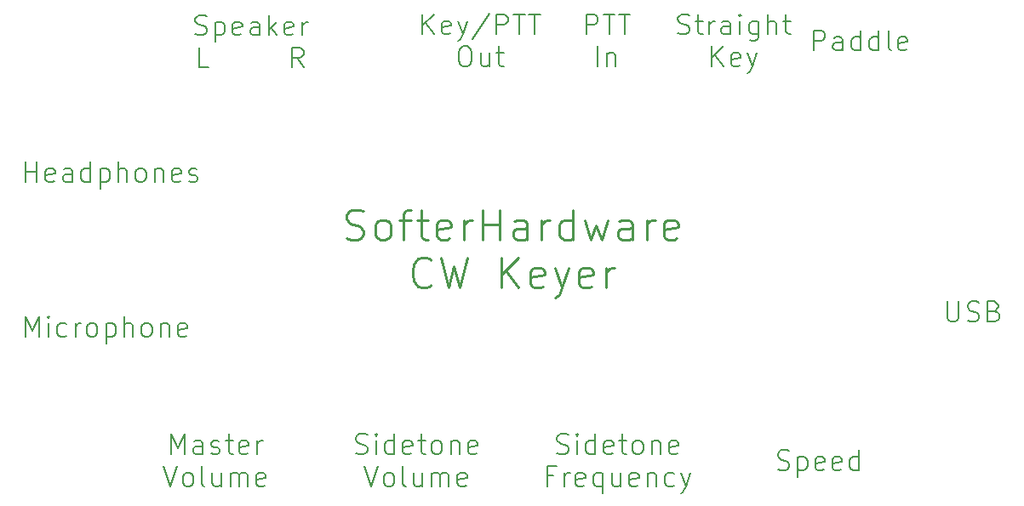
<source format=gto>
%TF.GenerationSoftware,KiCad,Pcbnew,5.1.11-e4df9d881f~92~ubuntu20.04.1*%
%TF.CreationDate,2021-11-07T19:48:14-08:00*%
%TF.ProjectId,TeensyKeyerFrontPanel,5465656e-7379-44b6-9579-657246726f6e,rev?*%
%TF.SameCoordinates,PX4c4b400PY42c1d80*%
%TF.FileFunction,Legend,Top*%
%TF.FilePolarity,Positive*%
%FSLAX46Y46*%
G04 Gerber Fmt 4.6, Leading zero omitted, Abs format (unit mm)*
G04 Created by KiCad (PCBNEW 5.1.11-e4df9d881f~92~ubuntu20.04.1) date 2021-11-07 19:48:14*
%MOMM*%
%LPD*%
G01*
G04 APERTURE LIST*
%ADD10C,0.250000*%
%ADD11C,0.200000*%
G04 APERTURE END LIST*
D10*
X33500000Y-23839285D02*
X33928571Y-23982142D01*
X34642857Y-23982142D01*
X34928571Y-23839285D01*
X35071428Y-23696428D01*
X35214285Y-23410714D01*
X35214285Y-23125000D01*
X35071428Y-22839285D01*
X34928571Y-22696428D01*
X34642857Y-22553571D01*
X34071428Y-22410714D01*
X33785714Y-22267857D01*
X33642857Y-22125000D01*
X33500000Y-21839285D01*
X33500000Y-21553571D01*
X33642857Y-21267857D01*
X33785714Y-21125000D01*
X34071428Y-20982142D01*
X34785714Y-20982142D01*
X35214285Y-21125000D01*
X36928571Y-23982142D02*
X36642857Y-23839285D01*
X36500000Y-23696428D01*
X36357142Y-23410714D01*
X36357142Y-22553571D01*
X36500000Y-22267857D01*
X36642857Y-22125000D01*
X36928571Y-21982142D01*
X37357142Y-21982142D01*
X37642857Y-22125000D01*
X37785714Y-22267857D01*
X37928571Y-22553571D01*
X37928571Y-23410714D01*
X37785714Y-23696428D01*
X37642857Y-23839285D01*
X37357142Y-23982142D01*
X36928571Y-23982142D01*
X38785714Y-21982142D02*
X39928571Y-21982142D01*
X39214285Y-23982142D02*
X39214285Y-21410714D01*
X39357142Y-21125000D01*
X39642857Y-20982142D01*
X39928571Y-20982142D01*
X40500000Y-21982142D02*
X41642857Y-21982142D01*
X40928571Y-20982142D02*
X40928571Y-23553571D01*
X41071428Y-23839285D01*
X41357142Y-23982142D01*
X41642857Y-23982142D01*
X43785714Y-23839285D02*
X43500000Y-23982142D01*
X42928571Y-23982142D01*
X42642857Y-23839285D01*
X42500000Y-23553571D01*
X42500000Y-22410714D01*
X42642857Y-22125000D01*
X42928571Y-21982142D01*
X43500000Y-21982142D01*
X43785714Y-22125000D01*
X43928571Y-22410714D01*
X43928571Y-22696428D01*
X42500000Y-22982142D01*
X45214285Y-23982142D02*
X45214285Y-21982142D01*
X45214285Y-22553571D02*
X45357142Y-22267857D01*
X45500000Y-22125000D01*
X45785714Y-21982142D01*
X46071428Y-21982142D01*
X47071428Y-23982142D02*
X47071428Y-20982142D01*
X47071428Y-22410714D02*
X48785714Y-22410714D01*
X48785714Y-23982142D02*
X48785714Y-20982142D01*
X51500000Y-23982142D02*
X51500000Y-22410714D01*
X51357142Y-22125000D01*
X51071428Y-21982142D01*
X50500000Y-21982142D01*
X50214285Y-22125000D01*
X51500000Y-23839285D02*
X51214285Y-23982142D01*
X50500000Y-23982142D01*
X50214285Y-23839285D01*
X50071428Y-23553571D01*
X50071428Y-23267857D01*
X50214285Y-22982142D01*
X50500000Y-22839285D01*
X51214285Y-22839285D01*
X51500000Y-22696428D01*
X52928571Y-23982142D02*
X52928571Y-21982142D01*
X52928571Y-22553571D02*
X53071428Y-22267857D01*
X53214285Y-22125000D01*
X53500000Y-21982142D01*
X53785714Y-21982142D01*
X56071428Y-23982142D02*
X56071428Y-20982142D01*
X56071428Y-23839285D02*
X55785714Y-23982142D01*
X55214285Y-23982142D01*
X54928571Y-23839285D01*
X54785714Y-23696428D01*
X54642857Y-23410714D01*
X54642857Y-22553571D01*
X54785714Y-22267857D01*
X54928571Y-22125000D01*
X55214285Y-21982142D01*
X55785714Y-21982142D01*
X56071428Y-22125000D01*
X57214285Y-21982142D02*
X57785714Y-23982142D01*
X58357142Y-22553571D01*
X58928571Y-23982142D01*
X59500000Y-21982142D01*
X61928571Y-23982142D02*
X61928571Y-22410714D01*
X61785714Y-22125000D01*
X61500000Y-21982142D01*
X60928571Y-21982142D01*
X60642857Y-22125000D01*
X61928571Y-23839285D02*
X61642857Y-23982142D01*
X60928571Y-23982142D01*
X60642857Y-23839285D01*
X60500000Y-23553571D01*
X60500000Y-23267857D01*
X60642857Y-22982142D01*
X60928571Y-22839285D01*
X61642857Y-22839285D01*
X61928571Y-22696428D01*
X63357142Y-23982142D02*
X63357142Y-21982142D01*
X63357142Y-22553571D02*
X63500000Y-22267857D01*
X63642857Y-22125000D01*
X63928571Y-21982142D01*
X64214285Y-21982142D01*
X66357142Y-23839285D02*
X66071428Y-23982142D01*
X65500000Y-23982142D01*
X65214285Y-23839285D01*
X65071428Y-23553571D01*
X65071428Y-22410714D01*
X65214285Y-22125000D01*
X65500000Y-21982142D01*
X66071428Y-21982142D01*
X66357142Y-22125000D01*
X66500000Y-22410714D01*
X66500000Y-22696428D01*
X65071428Y-22982142D01*
X41928571Y-28446428D02*
X41785714Y-28589285D01*
X41357142Y-28732142D01*
X41071428Y-28732142D01*
X40642857Y-28589285D01*
X40357142Y-28303571D01*
X40214285Y-28017857D01*
X40071428Y-27446428D01*
X40071428Y-27017857D01*
X40214285Y-26446428D01*
X40357142Y-26160714D01*
X40642857Y-25875000D01*
X41071428Y-25732142D01*
X41357142Y-25732142D01*
X41785714Y-25875000D01*
X41928571Y-26017857D01*
X42928571Y-25732142D02*
X43642857Y-28732142D01*
X44214285Y-26589285D01*
X44785714Y-28732142D01*
X45500000Y-25732142D01*
X48928571Y-28732142D02*
X48928571Y-25732142D01*
X50642857Y-28732142D02*
X49357142Y-27017857D01*
X50642857Y-25732142D02*
X48928571Y-27446428D01*
X53071428Y-28589285D02*
X52785714Y-28732142D01*
X52214285Y-28732142D01*
X51928571Y-28589285D01*
X51785714Y-28303571D01*
X51785714Y-27160714D01*
X51928571Y-26875000D01*
X52214285Y-26732142D01*
X52785714Y-26732142D01*
X53071428Y-26875000D01*
X53214285Y-27160714D01*
X53214285Y-27446428D01*
X51785714Y-27732142D01*
X54214285Y-26732142D02*
X54928571Y-28732142D01*
X55642857Y-26732142D02*
X54928571Y-28732142D01*
X54642857Y-29446428D01*
X54500000Y-29589285D01*
X54214285Y-29732142D01*
X57928571Y-28589285D02*
X57642857Y-28732142D01*
X57071428Y-28732142D01*
X56785714Y-28589285D01*
X56642857Y-28303571D01*
X56642857Y-27160714D01*
X56785714Y-26875000D01*
X57071428Y-26732142D01*
X57642857Y-26732142D01*
X57928571Y-26875000D01*
X58071428Y-27160714D01*
X58071428Y-27446428D01*
X56642857Y-27732142D01*
X59357142Y-28732142D02*
X59357142Y-26732142D01*
X59357142Y-27303571D02*
X59500000Y-27017857D01*
X59642857Y-26875000D01*
X59928571Y-26732142D01*
X60214285Y-26732142D01*
D11*
X18476190Y-3509523D02*
X18761904Y-3604761D01*
X19238095Y-3604761D01*
X19428571Y-3509523D01*
X19523809Y-3414285D01*
X19619047Y-3223809D01*
X19619047Y-3033333D01*
X19523809Y-2842857D01*
X19428571Y-2747619D01*
X19238095Y-2652380D01*
X18857142Y-2557142D01*
X18666666Y-2461904D01*
X18571428Y-2366666D01*
X18476190Y-2176190D01*
X18476190Y-1985714D01*
X18571428Y-1795238D01*
X18666666Y-1700000D01*
X18857142Y-1604761D01*
X19333333Y-1604761D01*
X19619047Y-1700000D01*
X20476190Y-2271428D02*
X20476190Y-4271428D01*
X20476190Y-2366666D02*
X20666666Y-2271428D01*
X21047619Y-2271428D01*
X21238095Y-2366666D01*
X21333333Y-2461904D01*
X21428571Y-2652380D01*
X21428571Y-3223809D01*
X21333333Y-3414285D01*
X21238095Y-3509523D01*
X21047619Y-3604761D01*
X20666666Y-3604761D01*
X20476190Y-3509523D01*
X23047619Y-3509523D02*
X22857142Y-3604761D01*
X22476190Y-3604761D01*
X22285714Y-3509523D01*
X22190476Y-3319047D01*
X22190476Y-2557142D01*
X22285714Y-2366666D01*
X22476190Y-2271428D01*
X22857142Y-2271428D01*
X23047619Y-2366666D01*
X23142857Y-2557142D01*
X23142857Y-2747619D01*
X22190476Y-2938095D01*
X24857142Y-3604761D02*
X24857142Y-2557142D01*
X24761904Y-2366666D01*
X24571428Y-2271428D01*
X24190476Y-2271428D01*
X24000000Y-2366666D01*
X24857142Y-3509523D02*
X24666666Y-3604761D01*
X24190476Y-3604761D01*
X24000000Y-3509523D01*
X23904761Y-3319047D01*
X23904761Y-3128571D01*
X24000000Y-2938095D01*
X24190476Y-2842857D01*
X24666666Y-2842857D01*
X24857142Y-2747619D01*
X25809523Y-3604761D02*
X25809523Y-1604761D01*
X26000000Y-2842857D02*
X26571428Y-3604761D01*
X26571428Y-2271428D02*
X25809523Y-3033333D01*
X28190476Y-3509523D02*
X28000000Y-3604761D01*
X27619047Y-3604761D01*
X27428571Y-3509523D01*
X27333333Y-3319047D01*
X27333333Y-2557142D01*
X27428571Y-2366666D01*
X27619047Y-2271428D01*
X28000000Y-2271428D01*
X28190476Y-2366666D01*
X28285714Y-2557142D01*
X28285714Y-2747619D01*
X27333333Y-2938095D01*
X29142857Y-3604761D02*
X29142857Y-2271428D01*
X29142857Y-2652380D02*
X29238095Y-2461904D01*
X29333333Y-2366666D01*
X29523809Y-2271428D01*
X29714285Y-2271428D01*
X19809523Y-6804761D02*
X18857142Y-6804761D01*
X18857142Y-4804761D01*
X29238095Y-6804761D02*
X28571428Y-5852380D01*
X28095238Y-6804761D02*
X28095238Y-4804761D01*
X28857142Y-4804761D01*
X29047619Y-4900000D01*
X29142857Y-4995238D01*
X29238095Y-5185714D01*
X29238095Y-5471428D01*
X29142857Y-5661904D01*
X29047619Y-5757142D01*
X28857142Y-5852380D01*
X28095238Y-5852380D01*
X79980952Y-5104761D02*
X79980952Y-3104761D01*
X80742857Y-3104761D01*
X80933333Y-3200000D01*
X81028571Y-3295238D01*
X81123809Y-3485714D01*
X81123809Y-3771428D01*
X81028571Y-3961904D01*
X80933333Y-4057142D01*
X80742857Y-4152380D01*
X79980952Y-4152380D01*
X82838095Y-5104761D02*
X82838095Y-4057142D01*
X82742857Y-3866666D01*
X82552380Y-3771428D01*
X82171428Y-3771428D01*
X81980952Y-3866666D01*
X82838095Y-5009523D02*
X82647619Y-5104761D01*
X82171428Y-5104761D01*
X81980952Y-5009523D01*
X81885714Y-4819047D01*
X81885714Y-4628571D01*
X81980952Y-4438095D01*
X82171428Y-4342857D01*
X82647619Y-4342857D01*
X82838095Y-4247619D01*
X84647619Y-5104761D02*
X84647619Y-3104761D01*
X84647619Y-5009523D02*
X84457142Y-5104761D01*
X84076190Y-5104761D01*
X83885714Y-5009523D01*
X83790476Y-4914285D01*
X83695238Y-4723809D01*
X83695238Y-4152380D01*
X83790476Y-3961904D01*
X83885714Y-3866666D01*
X84076190Y-3771428D01*
X84457142Y-3771428D01*
X84647619Y-3866666D01*
X86457142Y-5104761D02*
X86457142Y-3104761D01*
X86457142Y-5009523D02*
X86266666Y-5104761D01*
X85885714Y-5104761D01*
X85695238Y-5009523D01*
X85600000Y-4914285D01*
X85504761Y-4723809D01*
X85504761Y-4152380D01*
X85600000Y-3961904D01*
X85695238Y-3866666D01*
X85885714Y-3771428D01*
X86266666Y-3771428D01*
X86457142Y-3866666D01*
X87695238Y-5104761D02*
X87504761Y-5009523D01*
X87409523Y-4819047D01*
X87409523Y-3104761D01*
X89219047Y-5009523D02*
X89028571Y-5104761D01*
X88647619Y-5104761D01*
X88457142Y-5009523D01*
X88361904Y-4819047D01*
X88361904Y-4057142D01*
X88457142Y-3866666D01*
X88647619Y-3771428D01*
X89028571Y-3771428D01*
X89219047Y-3866666D01*
X89314285Y-4057142D01*
X89314285Y-4247619D01*
X88361904Y-4438095D01*
X66476190Y-3409523D02*
X66761904Y-3504761D01*
X67238095Y-3504761D01*
X67428571Y-3409523D01*
X67523809Y-3314285D01*
X67619047Y-3123809D01*
X67619047Y-2933333D01*
X67523809Y-2742857D01*
X67428571Y-2647619D01*
X67238095Y-2552380D01*
X66857142Y-2457142D01*
X66666666Y-2361904D01*
X66571428Y-2266666D01*
X66476190Y-2076190D01*
X66476190Y-1885714D01*
X66571428Y-1695238D01*
X66666666Y-1600000D01*
X66857142Y-1504761D01*
X67333333Y-1504761D01*
X67619047Y-1600000D01*
X68190476Y-2171428D02*
X68952380Y-2171428D01*
X68476190Y-1504761D02*
X68476190Y-3219047D01*
X68571428Y-3409523D01*
X68761904Y-3504761D01*
X68952380Y-3504761D01*
X69619047Y-3504761D02*
X69619047Y-2171428D01*
X69619047Y-2552380D02*
X69714285Y-2361904D01*
X69809523Y-2266666D01*
X70000000Y-2171428D01*
X70190476Y-2171428D01*
X71714285Y-3504761D02*
X71714285Y-2457142D01*
X71619047Y-2266666D01*
X71428571Y-2171428D01*
X71047619Y-2171428D01*
X70857142Y-2266666D01*
X71714285Y-3409523D02*
X71523809Y-3504761D01*
X71047619Y-3504761D01*
X70857142Y-3409523D01*
X70761904Y-3219047D01*
X70761904Y-3028571D01*
X70857142Y-2838095D01*
X71047619Y-2742857D01*
X71523809Y-2742857D01*
X71714285Y-2647619D01*
X72666666Y-3504761D02*
X72666666Y-2171428D01*
X72666666Y-1504761D02*
X72571428Y-1600000D01*
X72666666Y-1695238D01*
X72761904Y-1600000D01*
X72666666Y-1504761D01*
X72666666Y-1695238D01*
X74476190Y-2171428D02*
X74476190Y-3790476D01*
X74380952Y-3980952D01*
X74285714Y-4076190D01*
X74095238Y-4171428D01*
X73809523Y-4171428D01*
X73619047Y-4076190D01*
X74476190Y-3409523D02*
X74285714Y-3504761D01*
X73904761Y-3504761D01*
X73714285Y-3409523D01*
X73619047Y-3314285D01*
X73523809Y-3123809D01*
X73523809Y-2552380D01*
X73619047Y-2361904D01*
X73714285Y-2266666D01*
X73904761Y-2171428D01*
X74285714Y-2171428D01*
X74476190Y-2266666D01*
X75428571Y-3504761D02*
X75428571Y-1504761D01*
X76285714Y-3504761D02*
X76285714Y-2457142D01*
X76190476Y-2266666D01*
X76000000Y-2171428D01*
X75714285Y-2171428D01*
X75523809Y-2266666D01*
X75428571Y-2361904D01*
X76952380Y-2171428D02*
X77714285Y-2171428D01*
X77238095Y-1504761D02*
X77238095Y-3219047D01*
X77333333Y-3409523D01*
X77523809Y-3504761D01*
X77714285Y-3504761D01*
X69857142Y-6704761D02*
X69857142Y-4704761D01*
X71000000Y-6704761D02*
X70142857Y-5561904D01*
X71000000Y-4704761D02*
X69857142Y-5847619D01*
X72619047Y-6609523D02*
X72428571Y-6704761D01*
X72047619Y-6704761D01*
X71857142Y-6609523D01*
X71761904Y-6419047D01*
X71761904Y-5657142D01*
X71857142Y-5466666D01*
X72047619Y-5371428D01*
X72428571Y-5371428D01*
X72619047Y-5466666D01*
X72714285Y-5657142D01*
X72714285Y-5847619D01*
X71761904Y-6038095D01*
X73380952Y-5371428D02*
X73857142Y-6704761D01*
X74333333Y-5371428D02*
X73857142Y-6704761D01*
X73666666Y-7180952D01*
X73571428Y-7276190D01*
X73380952Y-7371428D01*
X57352380Y-3504761D02*
X57352380Y-1504761D01*
X58114285Y-1504761D01*
X58304761Y-1600000D01*
X58400000Y-1695238D01*
X58495238Y-1885714D01*
X58495238Y-2171428D01*
X58400000Y-2361904D01*
X58304761Y-2457142D01*
X58114285Y-2552380D01*
X57352380Y-2552380D01*
X59066666Y-1504761D02*
X60209523Y-1504761D01*
X59638095Y-3504761D02*
X59638095Y-1504761D01*
X60590476Y-1504761D02*
X61733333Y-1504761D01*
X61161904Y-3504761D02*
X61161904Y-1504761D01*
X58495238Y-6704761D02*
X58495238Y-4704761D01*
X59447619Y-5371428D02*
X59447619Y-6704761D01*
X59447619Y-5561904D02*
X59542857Y-5466666D01*
X59733333Y-5371428D01*
X60019047Y-5371428D01*
X60209523Y-5466666D01*
X60304761Y-5657142D01*
X60304761Y-6704761D01*
X41085714Y-3504761D02*
X41085714Y-1504761D01*
X42228571Y-3504761D02*
X41371428Y-2361904D01*
X42228571Y-1504761D02*
X41085714Y-2647619D01*
X43847619Y-3409523D02*
X43657142Y-3504761D01*
X43276190Y-3504761D01*
X43085714Y-3409523D01*
X42990476Y-3219047D01*
X42990476Y-2457142D01*
X43085714Y-2266666D01*
X43276190Y-2171428D01*
X43657142Y-2171428D01*
X43847619Y-2266666D01*
X43942857Y-2457142D01*
X43942857Y-2647619D01*
X42990476Y-2838095D01*
X44609523Y-2171428D02*
X45085714Y-3504761D01*
X45561904Y-2171428D02*
X45085714Y-3504761D01*
X44895238Y-3980952D01*
X44800000Y-4076190D01*
X44609523Y-4171428D01*
X47752380Y-1409523D02*
X46038095Y-3980952D01*
X48419047Y-3504761D02*
X48419047Y-1504761D01*
X49180952Y-1504761D01*
X49371428Y-1600000D01*
X49466666Y-1695238D01*
X49561904Y-1885714D01*
X49561904Y-2171428D01*
X49466666Y-2361904D01*
X49371428Y-2457142D01*
X49180952Y-2552380D01*
X48419047Y-2552380D01*
X50133333Y-1504761D02*
X51276190Y-1504761D01*
X50704761Y-3504761D02*
X50704761Y-1504761D01*
X51657142Y-1504761D02*
X52800000Y-1504761D01*
X52228571Y-3504761D02*
X52228571Y-1504761D01*
X45133333Y-4704761D02*
X45514285Y-4704761D01*
X45704761Y-4800000D01*
X45895238Y-4990476D01*
X45990476Y-5371428D01*
X45990476Y-6038095D01*
X45895238Y-6419047D01*
X45704761Y-6609523D01*
X45514285Y-6704761D01*
X45133333Y-6704761D01*
X44942857Y-6609523D01*
X44752380Y-6419047D01*
X44657142Y-6038095D01*
X44657142Y-5371428D01*
X44752380Y-4990476D01*
X44942857Y-4800000D01*
X45133333Y-4704761D01*
X47704761Y-5371428D02*
X47704761Y-6704761D01*
X46847619Y-5371428D02*
X46847619Y-6419047D01*
X46942857Y-6609523D01*
X47133333Y-6704761D01*
X47419047Y-6704761D01*
X47609523Y-6609523D01*
X47704761Y-6514285D01*
X48371428Y-5371428D02*
X49133333Y-5371428D01*
X48657142Y-4704761D02*
X48657142Y-6419047D01*
X48752380Y-6609523D01*
X48942857Y-6704761D01*
X49133333Y-6704761D01*
X93276190Y-30104761D02*
X93276190Y-31723809D01*
X93371428Y-31914285D01*
X93466666Y-32009523D01*
X93657142Y-32104761D01*
X94038095Y-32104761D01*
X94228571Y-32009523D01*
X94323809Y-31914285D01*
X94419047Y-31723809D01*
X94419047Y-30104761D01*
X95276190Y-32009523D02*
X95561904Y-32104761D01*
X96038095Y-32104761D01*
X96228571Y-32009523D01*
X96323809Y-31914285D01*
X96419047Y-31723809D01*
X96419047Y-31533333D01*
X96323809Y-31342857D01*
X96228571Y-31247619D01*
X96038095Y-31152380D01*
X95657142Y-31057142D01*
X95466666Y-30961904D01*
X95371428Y-30866666D01*
X95276190Y-30676190D01*
X95276190Y-30485714D01*
X95371428Y-30295238D01*
X95466666Y-30200000D01*
X95657142Y-30104761D01*
X96133333Y-30104761D01*
X96419047Y-30200000D01*
X97942857Y-31057142D02*
X98228571Y-31152380D01*
X98323809Y-31247619D01*
X98419047Y-31438095D01*
X98419047Y-31723809D01*
X98323809Y-31914285D01*
X98228571Y-32009523D01*
X98038095Y-32104761D01*
X97276190Y-32104761D01*
X97276190Y-30104761D01*
X97942857Y-30104761D01*
X98133333Y-30200000D01*
X98228571Y-30295238D01*
X98323809Y-30485714D01*
X98323809Y-30676190D01*
X98228571Y-30866666D01*
X98133333Y-30961904D01*
X97942857Y-31057142D01*
X97276190Y-31057142D01*
X76404761Y-46809523D02*
X76690476Y-46904761D01*
X77166666Y-46904761D01*
X77357142Y-46809523D01*
X77452380Y-46714285D01*
X77547619Y-46523809D01*
X77547619Y-46333333D01*
X77452380Y-46142857D01*
X77357142Y-46047619D01*
X77166666Y-45952380D01*
X76785714Y-45857142D01*
X76595238Y-45761904D01*
X76500000Y-45666666D01*
X76404761Y-45476190D01*
X76404761Y-45285714D01*
X76500000Y-45095238D01*
X76595238Y-45000000D01*
X76785714Y-44904761D01*
X77261904Y-44904761D01*
X77547619Y-45000000D01*
X78404761Y-45571428D02*
X78404761Y-47571428D01*
X78404761Y-45666666D02*
X78595238Y-45571428D01*
X78976190Y-45571428D01*
X79166666Y-45666666D01*
X79261904Y-45761904D01*
X79357142Y-45952380D01*
X79357142Y-46523809D01*
X79261904Y-46714285D01*
X79166666Y-46809523D01*
X78976190Y-46904761D01*
X78595238Y-46904761D01*
X78404761Y-46809523D01*
X80976190Y-46809523D02*
X80785714Y-46904761D01*
X80404761Y-46904761D01*
X80214285Y-46809523D01*
X80119047Y-46619047D01*
X80119047Y-45857142D01*
X80214285Y-45666666D01*
X80404761Y-45571428D01*
X80785714Y-45571428D01*
X80976190Y-45666666D01*
X81071428Y-45857142D01*
X81071428Y-46047619D01*
X80119047Y-46238095D01*
X82690476Y-46809523D02*
X82500000Y-46904761D01*
X82119047Y-46904761D01*
X81928571Y-46809523D01*
X81833333Y-46619047D01*
X81833333Y-45857142D01*
X81928571Y-45666666D01*
X82119047Y-45571428D01*
X82500000Y-45571428D01*
X82690476Y-45666666D01*
X82785714Y-45857142D01*
X82785714Y-46047619D01*
X81833333Y-46238095D01*
X84500000Y-46904761D02*
X84500000Y-44904761D01*
X84500000Y-46809523D02*
X84309523Y-46904761D01*
X83928571Y-46904761D01*
X83738095Y-46809523D01*
X83642857Y-46714285D01*
X83547619Y-46523809D01*
X83547619Y-45952380D01*
X83642857Y-45761904D01*
X83738095Y-45666666D01*
X83928571Y-45571428D01*
X84309523Y-45571428D01*
X84500000Y-45666666D01*
X54452380Y-45209523D02*
X54738095Y-45304761D01*
X55214285Y-45304761D01*
X55404761Y-45209523D01*
X55500000Y-45114285D01*
X55595238Y-44923809D01*
X55595238Y-44733333D01*
X55500000Y-44542857D01*
X55404761Y-44447619D01*
X55214285Y-44352380D01*
X54833333Y-44257142D01*
X54642857Y-44161904D01*
X54547619Y-44066666D01*
X54452380Y-43876190D01*
X54452380Y-43685714D01*
X54547619Y-43495238D01*
X54642857Y-43400000D01*
X54833333Y-43304761D01*
X55309523Y-43304761D01*
X55595238Y-43400000D01*
X56452380Y-45304761D02*
X56452380Y-43971428D01*
X56452380Y-43304761D02*
X56357142Y-43400000D01*
X56452380Y-43495238D01*
X56547619Y-43400000D01*
X56452380Y-43304761D01*
X56452380Y-43495238D01*
X58261904Y-45304761D02*
X58261904Y-43304761D01*
X58261904Y-45209523D02*
X58071428Y-45304761D01*
X57690476Y-45304761D01*
X57500000Y-45209523D01*
X57404761Y-45114285D01*
X57309523Y-44923809D01*
X57309523Y-44352380D01*
X57404761Y-44161904D01*
X57500000Y-44066666D01*
X57690476Y-43971428D01*
X58071428Y-43971428D01*
X58261904Y-44066666D01*
X59976190Y-45209523D02*
X59785714Y-45304761D01*
X59404761Y-45304761D01*
X59214285Y-45209523D01*
X59119047Y-45019047D01*
X59119047Y-44257142D01*
X59214285Y-44066666D01*
X59404761Y-43971428D01*
X59785714Y-43971428D01*
X59976190Y-44066666D01*
X60071428Y-44257142D01*
X60071428Y-44447619D01*
X59119047Y-44638095D01*
X60642857Y-43971428D02*
X61404761Y-43971428D01*
X60928571Y-43304761D02*
X60928571Y-45019047D01*
X61023809Y-45209523D01*
X61214285Y-45304761D01*
X61404761Y-45304761D01*
X62357142Y-45304761D02*
X62166666Y-45209523D01*
X62071428Y-45114285D01*
X61976190Y-44923809D01*
X61976190Y-44352380D01*
X62071428Y-44161904D01*
X62166666Y-44066666D01*
X62357142Y-43971428D01*
X62642857Y-43971428D01*
X62833333Y-44066666D01*
X62928571Y-44161904D01*
X63023809Y-44352380D01*
X63023809Y-44923809D01*
X62928571Y-45114285D01*
X62833333Y-45209523D01*
X62642857Y-45304761D01*
X62357142Y-45304761D01*
X63880952Y-43971428D02*
X63880952Y-45304761D01*
X63880952Y-44161904D02*
X63976190Y-44066666D01*
X64166666Y-43971428D01*
X64452380Y-43971428D01*
X64642857Y-44066666D01*
X64738095Y-44257142D01*
X64738095Y-45304761D01*
X66452380Y-45209523D02*
X66261904Y-45304761D01*
X65880952Y-45304761D01*
X65690476Y-45209523D01*
X65595238Y-45019047D01*
X65595238Y-44257142D01*
X65690476Y-44066666D01*
X65880952Y-43971428D01*
X66261904Y-43971428D01*
X66452380Y-44066666D01*
X66547619Y-44257142D01*
X66547619Y-44447619D01*
X65595238Y-44638095D01*
X54119047Y-47457142D02*
X53452380Y-47457142D01*
X53452380Y-48504761D02*
X53452380Y-46504761D01*
X54404761Y-46504761D01*
X55166666Y-48504761D02*
X55166666Y-47171428D01*
X55166666Y-47552380D02*
X55261904Y-47361904D01*
X55357142Y-47266666D01*
X55547619Y-47171428D01*
X55738095Y-47171428D01*
X57166666Y-48409523D02*
X56976190Y-48504761D01*
X56595238Y-48504761D01*
X56404761Y-48409523D01*
X56309523Y-48219047D01*
X56309523Y-47457142D01*
X56404761Y-47266666D01*
X56595238Y-47171428D01*
X56976190Y-47171428D01*
X57166666Y-47266666D01*
X57261904Y-47457142D01*
X57261904Y-47647619D01*
X56309523Y-47838095D01*
X58976190Y-47171428D02*
X58976190Y-49171428D01*
X58976190Y-48409523D02*
X58785714Y-48504761D01*
X58404761Y-48504761D01*
X58214285Y-48409523D01*
X58119047Y-48314285D01*
X58023809Y-48123809D01*
X58023809Y-47552380D01*
X58119047Y-47361904D01*
X58214285Y-47266666D01*
X58404761Y-47171428D01*
X58785714Y-47171428D01*
X58976190Y-47266666D01*
X60785714Y-47171428D02*
X60785714Y-48504761D01*
X59928571Y-47171428D02*
X59928571Y-48219047D01*
X60023809Y-48409523D01*
X60214285Y-48504761D01*
X60500000Y-48504761D01*
X60690476Y-48409523D01*
X60785714Y-48314285D01*
X62500000Y-48409523D02*
X62309523Y-48504761D01*
X61928571Y-48504761D01*
X61738095Y-48409523D01*
X61642857Y-48219047D01*
X61642857Y-47457142D01*
X61738095Y-47266666D01*
X61928571Y-47171428D01*
X62309523Y-47171428D01*
X62500000Y-47266666D01*
X62595238Y-47457142D01*
X62595238Y-47647619D01*
X61642857Y-47838095D01*
X63452380Y-47171428D02*
X63452380Y-48504761D01*
X63452380Y-47361904D02*
X63547619Y-47266666D01*
X63738095Y-47171428D01*
X64023809Y-47171428D01*
X64214285Y-47266666D01*
X64309523Y-47457142D01*
X64309523Y-48504761D01*
X66119047Y-48409523D02*
X65928571Y-48504761D01*
X65547619Y-48504761D01*
X65357142Y-48409523D01*
X65261904Y-48314285D01*
X65166666Y-48123809D01*
X65166666Y-47552380D01*
X65261904Y-47361904D01*
X65357142Y-47266666D01*
X65547619Y-47171428D01*
X65928571Y-47171428D01*
X66119047Y-47266666D01*
X66785714Y-47171428D02*
X67261904Y-48504761D01*
X67738095Y-47171428D02*
X67261904Y-48504761D01*
X67071428Y-48980952D01*
X66976190Y-49076190D01*
X66785714Y-49171428D01*
X34452380Y-45209523D02*
X34738095Y-45304761D01*
X35214285Y-45304761D01*
X35404761Y-45209523D01*
X35500000Y-45114285D01*
X35595238Y-44923809D01*
X35595238Y-44733333D01*
X35500000Y-44542857D01*
X35404761Y-44447619D01*
X35214285Y-44352380D01*
X34833333Y-44257142D01*
X34642857Y-44161904D01*
X34547619Y-44066666D01*
X34452380Y-43876190D01*
X34452380Y-43685714D01*
X34547619Y-43495238D01*
X34642857Y-43400000D01*
X34833333Y-43304761D01*
X35309523Y-43304761D01*
X35595238Y-43400000D01*
X36452380Y-45304761D02*
X36452380Y-43971428D01*
X36452380Y-43304761D02*
X36357142Y-43400000D01*
X36452380Y-43495238D01*
X36547619Y-43400000D01*
X36452380Y-43304761D01*
X36452380Y-43495238D01*
X38261904Y-45304761D02*
X38261904Y-43304761D01*
X38261904Y-45209523D02*
X38071428Y-45304761D01*
X37690476Y-45304761D01*
X37500000Y-45209523D01*
X37404761Y-45114285D01*
X37309523Y-44923809D01*
X37309523Y-44352380D01*
X37404761Y-44161904D01*
X37500000Y-44066666D01*
X37690476Y-43971428D01*
X38071428Y-43971428D01*
X38261904Y-44066666D01*
X39976190Y-45209523D02*
X39785714Y-45304761D01*
X39404761Y-45304761D01*
X39214285Y-45209523D01*
X39119047Y-45019047D01*
X39119047Y-44257142D01*
X39214285Y-44066666D01*
X39404761Y-43971428D01*
X39785714Y-43971428D01*
X39976190Y-44066666D01*
X40071428Y-44257142D01*
X40071428Y-44447619D01*
X39119047Y-44638095D01*
X40642857Y-43971428D02*
X41404761Y-43971428D01*
X40928571Y-43304761D02*
X40928571Y-45019047D01*
X41023809Y-45209523D01*
X41214285Y-45304761D01*
X41404761Y-45304761D01*
X42357142Y-45304761D02*
X42166666Y-45209523D01*
X42071428Y-45114285D01*
X41976190Y-44923809D01*
X41976190Y-44352380D01*
X42071428Y-44161904D01*
X42166666Y-44066666D01*
X42357142Y-43971428D01*
X42642857Y-43971428D01*
X42833333Y-44066666D01*
X42928571Y-44161904D01*
X43023809Y-44352380D01*
X43023809Y-44923809D01*
X42928571Y-45114285D01*
X42833333Y-45209523D01*
X42642857Y-45304761D01*
X42357142Y-45304761D01*
X43880952Y-43971428D02*
X43880952Y-45304761D01*
X43880952Y-44161904D02*
X43976190Y-44066666D01*
X44166666Y-43971428D01*
X44452380Y-43971428D01*
X44642857Y-44066666D01*
X44738095Y-44257142D01*
X44738095Y-45304761D01*
X46452380Y-45209523D02*
X46261904Y-45304761D01*
X45880952Y-45304761D01*
X45690476Y-45209523D01*
X45595238Y-45019047D01*
X45595238Y-44257142D01*
X45690476Y-44066666D01*
X45880952Y-43971428D01*
X46261904Y-43971428D01*
X46452380Y-44066666D01*
X46547619Y-44257142D01*
X46547619Y-44447619D01*
X45595238Y-44638095D01*
X35309523Y-46504761D02*
X35976190Y-48504761D01*
X36642857Y-46504761D01*
X37595238Y-48504761D02*
X37404761Y-48409523D01*
X37309523Y-48314285D01*
X37214285Y-48123809D01*
X37214285Y-47552380D01*
X37309523Y-47361904D01*
X37404761Y-47266666D01*
X37595238Y-47171428D01*
X37880952Y-47171428D01*
X38071428Y-47266666D01*
X38166666Y-47361904D01*
X38261904Y-47552380D01*
X38261904Y-48123809D01*
X38166666Y-48314285D01*
X38071428Y-48409523D01*
X37880952Y-48504761D01*
X37595238Y-48504761D01*
X39404761Y-48504761D02*
X39214285Y-48409523D01*
X39119047Y-48219047D01*
X39119047Y-46504761D01*
X41023809Y-47171428D02*
X41023809Y-48504761D01*
X40166666Y-47171428D02*
X40166666Y-48219047D01*
X40261904Y-48409523D01*
X40452380Y-48504761D01*
X40738095Y-48504761D01*
X40928571Y-48409523D01*
X41023809Y-48314285D01*
X41976190Y-48504761D02*
X41976190Y-47171428D01*
X41976190Y-47361904D02*
X42071428Y-47266666D01*
X42261904Y-47171428D01*
X42547619Y-47171428D01*
X42738095Y-47266666D01*
X42833333Y-47457142D01*
X42833333Y-48504761D01*
X42833333Y-47457142D02*
X42928571Y-47266666D01*
X43119047Y-47171428D01*
X43404761Y-47171428D01*
X43595238Y-47266666D01*
X43690476Y-47457142D01*
X43690476Y-48504761D01*
X45404761Y-48409523D02*
X45214285Y-48504761D01*
X44833333Y-48504761D01*
X44642857Y-48409523D01*
X44547619Y-48219047D01*
X44547619Y-47457142D01*
X44642857Y-47266666D01*
X44833333Y-47171428D01*
X45214285Y-47171428D01*
X45404761Y-47266666D01*
X45500000Y-47457142D01*
X45500000Y-47647619D01*
X44547619Y-47838095D01*
X16071428Y-45304761D02*
X16071428Y-43304761D01*
X16738095Y-44733333D01*
X17404761Y-43304761D01*
X17404761Y-45304761D01*
X19214285Y-45304761D02*
X19214285Y-44257142D01*
X19119047Y-44066666D01*
X18928571Y-43971428D01*
X18547619Y-43971428D01*
X18357142Y-44066666D01*
X19214285Y-45209523D02*
X19023809Y-45304761D01*
X18547619Y-45304761D01*
X18357142Y-45209523D01*
X18261904Y-45019047D01*
X18261904Y-44828571D01*
X18357142Y-44638095D01*
X18547619Y-44542857D01*
X19023809Y-44542857D01*
X19214285Y-44447619D01*
X20071428Y-45209523D02*
X20261904Y-45304761D01*
X20642857Y-45304761D01*
X20833333Y-45209523D01*
X20928571Y-45019047D01*
X20928571Y-44923809D01*
X20833333Y-44733333D01*
X20642857Y-44638095D01*
X20357142Y-44638095D01*
X20166666Y-44542857D01*
X20071428Y-44352380D01*
X20071428Y-44257142D01*
X20166666Y-44066666D01*
X20357142Y-43971428D01*
X20642857Y-43971428D01*
X20833333Y-44066666D01*
X21500000Y-43971428D02*
X22261904Y-43971428D01*
X21785714Y-43304761D02*
X21785714Y-45019047D01*
X21880952Y-45209523D01*
X22071428Y-45304761D01*
X22261904Y-45304761D01*
X23690476Y-45209523D02*
X23500000Y-45304761D01*
X23119047Y-45304761D01*
X22928571Y-45209523D01*
X22833333Y-45019047D01*
X22833333Y-44257142D01*
X22928571Y-44066666D01*
X23119047Y-43971428D01*
X23500000Y-43971428D01*
X23690476Y-44066666D01*
X23785714Y-44257142D01*
X23785714Y-44447619D01*
X22833333Y-44638095D01*
X24642857Y-45304761D02*
X24642857Y-43971428D01*
X24642857Y-44352380D02*
X24738095Y-44161904D01*
X24833333Y-44066666D01*
X25023809Y-43971428D01*
X25214285Y-43971428D01*
X15309523Y-46504761D02*
X15976190Y-48504761D01*
X16642857Y-46504761D01*
X17595238Y-48504761D02*
X17404761Y-48409523D01*
X17309523Y-48314285D01*
X17214285Y-48123809D01*
X17214285Y-47552380D01*
X17309523Y-47361904D01*
X17404761Y-47266666D01*
X17595238Y-47171428D01*
X17880952Y-47171428D01*
X18071428Y-47266666D01*
X18166666Y-47361904D01*
X18261904Y-47552380D01*
X18261904Y-48123809D01*
X18166666Y-48314285D01*
X18071428Y-48409523D01*
X17880952Y-48504761D01*
X17595238Y-48504761D01*
X19404761Y-48504761D02*
X19214285Y-48409523D01*
X19119047Y-48219047D01*
X19119047Y-46504761D01*
X21023809Y-47171428D02*
X21023809Y-48504761D01*
X20166666Y-47171428D02*
X20166666Y-48219047D01*
X20261904Y-48409523D01*
X20452380Y-48504761D01*
X20738095Y-48504761D01*
X20928571Y-48409523D01*
X21023809Y-48314285D01*
X21976190Y-48504761D02*
X21976190Y-47171428D01*
X21976190Y-47361904D02*
X22071428Y-47266666D01*
X22261904Y-47171428D01*
X22547619Y-47171428D01*
X22738095Y-47266666D01*
X22833333Y-47457142D01*
X22833333Y-48504761D01*
X22833333Y-47457142D02*
X22928571Y-47266666D01*
X23119047Y-47171428D01*
X23404761Y-47171428D01*
X23595238Y-47266666D01*
X23690476Y-47457142D01*
X23690476Y-48504761D01*
X25404761Y-48409523D02*
X25214285Y-48504761D01*
X24833333Y-48504761D01*
X24642857Y-48409523D01*
X24547619Y-48219047D01*
X24547619Y-47457142D01*
X24642857Y-47266666D01*
X24833333Y-47171428D01*
X25214285Y-47171428D01*
X25404761Y-47266666D01*
X25500000Y-47457142D01*
X25500000Y-47647619D01*
X24547619Y-47838095D01*
X1600000Y-33604761D02*
X1600000Y-31604761D01*
X2266666Y-33033333D01*
X2933333Y-31604761D01*
X2933333Y-33604761D01*
X3885714Y-33604761D02*
X3885714Y-32271428D01*
X3885714Y-31604761D02*
X3790476Y-31700000D01*
X3885714Y-31795238D01*
X3980952Y-31700000D01*
X3885714Y-31604761D01*
X3885714Y-31795238D01*
X5695238Y-33509523D02*
X5504761Y-33604761D01*
X5123809Y-33604761D01*
X4933333Y-33509523D01*
X4838095Y-33414285D01*
X4742857Y-33223809D01*
X4742857Y-32652380D01*
X4838095Y-32461904D01*
X4933333Y-32366666D01*
X5123809Y-32271428D01*
X5504761Y-32271428D01*
X5695238Y-32366666D01*
X6552380Y-33604761D02*
X6552380Y-32271428D01*
X6552380Y-32652380D02*
X6647619Y-32461904D01*
X6742857Y-32366666D01*
X6933333Y-32271428D01*
X7123809Y-32271428D01*
X8076190Y-33604761D02*
X7885714Y-33509523D01*
X7790476Y-33414285D01*
X7695238Y-33223809D01*
X7695238Y-32652380D01*
X7790476Y-32461904D01*
X7885714Y-32366666D01*
X8076190Y-32271428D01*
X8361904Y-32271428D01*
X8552380Y-32366666D01*
X8647619Y-32461904D01*
X8742857Y-32652380D01*
X8742857Y-33223809D01*
X8647619Y-33414285D01*
X8552380Y-33509523D01*
X8361904Y-33604761D01*
X8076190Y-33604761D01*
X9600000Y-32271428D02*
X9600000Y-34271428D01*
X9600000Y-32366666D02*
X9790476Y-32271428D01*
X10171428Y-32271428D01*
X10361904Y-32366666D01*
X10457142Y-32461904D01*
X10552380Y-32652380D01*
X10552380Y-33223809D01*
X10457142Y-33414285D01*
X10361904Y-33509523D01*
X10171428Y-33604761D01*
X9790476Y-33604761D01*
X9600000Y-33509523D01*
X11409523Y-33604761D02*
X11409523Y-31604761D01*
X12266666Y-33604761D02*
X12266666Y-32557142D01*
X12171428Y-32366666D01*
X11980952Y-32271428D01*
X11695238Y-32271428D01*
X11504761Y-32366666D01*
X11409523Y-32461904D01*
X13504761Y-33604761D02*
X13314285Y-33509523D01*
X13219047Y-33414285D01*
X13123809Y-33223809D01*
X13123809Y-32652380D01*
X13219047Y-32461904D01*
X13314285Y-32366666D01*
X13504761Y-32271428D01*
X13790476Y-32271428D01*
X13980952Y-32366666D01*
X14076190Y-32461904D01*
X14171428Y-32652380D01*
X14171428Y-33223809D01*
X14076190Y-33414285D01*
X13980952Y-33509523D01*
X13790476Y-33604761D01*
X13504761Y-33604761D01*
X15028571Y-32271428D02*
X15028571Y-33604761D01*
X15028571Y-32461904D02*
X15123809Y-32366666D01*
X15314285Y-32271428D01*
X15600000Y-32271428D01*
X15790476Y-32366666D01*
X15885714Y-32557142D01*
X15885714Y-33604761D01*
X17600000Y-33509523D02*
X17409523Y-33604761D01*
X17028571Y-33604761D01*
X16838095Y-33509523D01*
X16742857Y-33319047D01*
X16742857Y-32557142D01*
X16838095Y-32366666D01*
X17028571Y-32271428D01*
X17409523Y-32271428D01*
X17600000Y-32366666D01*
X17695238Y-32557142D01*
X17695238Y-32747619D01*
X16742857Y-32938095D01*
X1576190Y-18204761D02*
X1576190Y-16204761D01*
X1576190Y-17157142D02*
X2719047Y-17157142D01*
X2719047Y-18204761D02*
X2719047Y-16204761D01*
X4433333Y-18109523D02*
X4242857Y-18204761D01*
X3861904Y-18204761D01*
X3671428Y-18109523D01*
X3576190Y-17919047D01*
X3576190Y-17157142D01*
X3671428Y-16966666D01*
X3861904Y-16871428D01*
X4242857Y-16871428D01*
X4433333Y-16966666D01*
X4528571Y-17157142D01*
X4528571Y-17347619D01*
X3576190Y-17538095D01*
X6242857Y-18204761D02*
X6242857Y-17157142D01*
X6147619Y-16966666D01*
X5957142Y-16871428D01*
X5576190Y-16871428D01*
X5385714Y-16966666D01*
X6242857Y-18109523D02*
X6052380Y-18204761D01*
X5576190Y-18204761D01*
X5385714Y-18109523D01*
X5290476Y-17919047D01*
X5290476Y-17728571D01*
X5385714Y-17538095D01*
X5576190Y-17442857D01*
X6052380Y-17442857D01*
X6242857Y-17347619D01*
X8052380Y-18204761D02*
X8052380Y-16204761D01*
X8052380Y-18109523D02*
X7861904Y-18204761D01*
X7480952Y-18204761D01*
X7290476Y-18109523D01*
X7195238Y-18014285D01*
X7100000Y-17823809D01*
X7100000Y-17252380D01*
X7195238Y-17061904D01*
X7290476Y-16966666D01*
X7480952Y-16871428D01*
X7861904Y-16871428D01*
X8052380Y-16966666D01*
X9004761Y-16871428D02*
X9004761Y-18871428D01*
X9004761Y-16966666D02*
X9195238Y-16871428D01*
X9576190Y-16871428D01*
X9766666Y-16966666D01*
X9861904Y-17061904D01*
X9957142Y-17252380D01*
X9957142Y-17823809D01*
X9861904Y-18014285D01*
X9766666Y-18109523D01*
X9576190Y-18204761D01*
X9195238Y-18204761D01*
X9004761Y-18109523D01*
X10814285Y-18204761D02*
X10814285Y-16204761D01*
X11671428Y-18204761D02*
X11671428Y-17157142D01*
X11576190Y-16966666D01*
X11385714Y-16871428D01*
X11100000Y-16871428D01*
X10909523Y-16966666D01*
X10814285Y-17061904D01*
X12909523Y-18204761D02*
X12719047Y-18109523D01*
X12623809Y-18014285D01*
X12528571Y-17823809D01*
X12528571Y-17252380D01*
X12623809Y-17061904D01*
X12719047Y-16966666D01*
X12909523Y-16871428D01*
X13195238Y-16871428D01*
X13385714Y-16966666D01*
X13480952Y-17061904D01*
X13576190Y-17252380D01*
X13576190Y-17823809D01*
X13480952Y-18014285D01*
X13385714Y-18109523D01*
X13195238Y-18204761D01*
X12909523Y-18204761D01*
X14433333Y-16871428D02*
X14433333Y-18204761D01*
X14433333Y-17061904D02*
X14528571Y-16966666D01*
X14719047Y-16871428D01*
X15004761Y-16871428D01*
X15195238Y-16966666D01*
X15290476Y-17157142D01*
X15290476Y-18204761D01*
X17004761Y-18109523D02*
X16814285Y-18204761D01*
X16433333Y-18204761D01*
X16242857Y-18109523D01*
X16147619Y-17919047D01*
X16147619Y-17157142D01*
X16242857Y-16966666D01*
X16433333Y-16871428D01*
X16814285Y-16871428D01*
X17004761Y-16966666D01*
X17100000Y-17157142D01*
X17100000Y-17347619D01*
X16147619Y-17538095D01*
X17861904Y-18109523D02*
X18052380Y-18204761D01*
X18433333Y-18204761D01*
X18623809Y-18109523D01*
X18719047Y-17919047D01*
X18719047Y-17823809D01*
X18623809Y-17633333D01*
X18433333Y-17538095D01*
X18147619Y-17538095D01*
X17957142Y-17442857D01*
X17861904Y-17252380D01*
X17861904Y-17157142D01*
X17957142Y-16966666D01*
X18147619Y-16871428D01*
X18433333Y-16871428D01*
X18623809Y-16966666D01*
M02*

</source>
